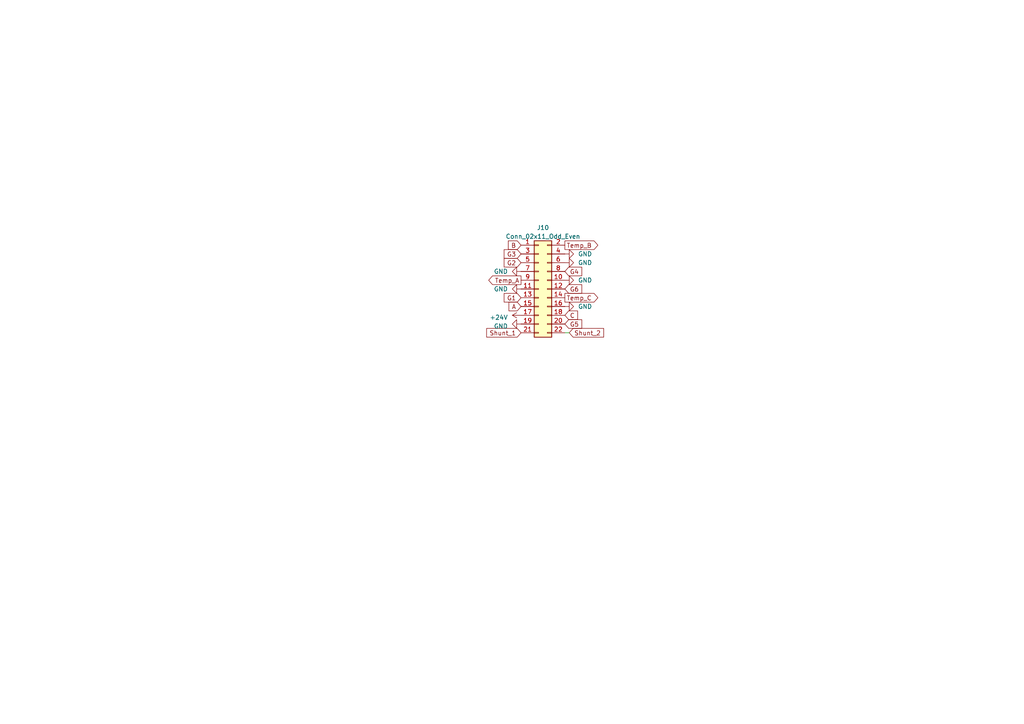
<source format=kicad_sch>
(kicad_sch (version 20230121) (generator eeschema)
  (paper "A4")
  (lib_symbols
    (symbol "Connector_Generic:Conn_02x11_Odd_Even" (pin_names (offset 1.016) hide)
      (property "Reference" "J" (at 1.27 15.24 0))
      (property "Value" "Conn_02x11_Odd_Even" (at 1.27 -15.24 0))
      (symbol "Conn_02x11_Odd_Even_1_1"
        (rectangle (start -1.27 -12.573) (end 0 -12.827) (stroke (width 0.1524)))
        (rectangle (start -1.27 -10.033) (end 0 -10.287) (stroke (width 0.1524)))
        (rectangle (start -1.27 -7.493) (end 0 -7.747) (stroke (width 0.1524)))
        (rectangle (start -1.27 -4.953) (end 0 -5.207) (stroke (width 0.1524)))
        (rectangle (start -1.27 -2.413) (end 0 -2.667) (stroke (width 0.1524)))
        (rectangle (start -1.27 0.127) (end 0 -0.127) (stroke (width 0.1524)))
        (rectangle (start -1.27 2.667) (end 0 2.413) (stroke (width 0.1524)))
        (rectangle (start -1.27 5.207) (end 0 4.953) (stroke (width 0.1524)))
        (rectangle (start -1.27 7.747) (end 0 7.493) (stroke (width 0.1524)))
        (rectangle (start -1.27 10.287) (end 0 10.033) (stroke (width 0.1524)))
        (rectangle (start -1.27 12.827) (end 0 12.573) (stroke (width 0.1524)))
        (rectangle (start -1.27 13.97) (end 3.81 -13.97) (stroke (width 0.254)) (fill (type background)))
        (rectangle (start 3.81 -12.573) (end 2.54 -12.827) (stroke (width 0.1524)))
        (rectangle (start 3.81 -10.033) (end 2.54 -10.287) (stroke (width 0.1524)))
        (rectangle (start 3.81 -7.493) (end 2.54 -7.747) (stroke (width 0.1524)))
        (rectangle (start 3.81 -4.953) (end 2.54 -5.207) (stroke (width 0.1524)))
        (rectangle (start 3.81 -2.413) (end 2.54 -2.667) (stroke (width 0.1524)))
        (rectangle (start 3.81 0.127) (end 2.54 -0.127) (stroke (width 0.1524)))
        (rectangle (start 3.81 2.667) (end 2.54 2.413) (stroke (width 0.1524)))
        (rectangle (start 3.81 5.207) (end 2.54 4.953) (stroke (width 0.1524)))
        (rectangle (start 3.81 7.747) (end 2.54 7.493) (stroke (width 0.1524)))
        (rectangle (start 3.81 10.287) (end 2.54 10.033) (stroke (width 0.1524)))
        (rectangle (start 3.81 12.827) (end 2.54 12.573) (stroke (width 0.1524)))
        (pin passive line (at -5.08 12.7 0) (length 3.81) (name "Pin_1") (number "1"))
        (pin passive line (at 7.62 2.54 180) (length 3.81) (name "Pin_10") (number "10"))
        (pin passive line (at -5.08 0 0) (length 3.81) (name "Pin_11") (number "11"))
        (pin passive line (at 7.62 0 180) (length 3.81) (name "Pin_12") (number "12"))
        (pin passive line (at -5.08 -2.54 0) (length 3.81) (name "Pin_13") (number "13"))
        (pin passive line (at 7.62 -2.54 180) (length 3.81) (name "Pin_14") (number "14"))
        (pin passive line (at -5.08 -5.08 0) (length 3.81) (name "Pin_15") (number "15"))
        (pin passive line (at 7.62 -5.08 180) (length 3.81) (name "Pin_16") (number "16"))
        (pin passive line (at -5.08 -7.62 0) (length 3.81) (name "Pin_17") (number "17"))
        (pin passive line (at 7.62 -7.62 180) (length 3.81) (name "Pin_18") (number "18"))
        (pin passive line (at -5.08 -10.16 0) (length 3.81) (name "Pin_19") (number "19"))
        (pin passive line (at 7.62 12.7 180) (length 3.81) (name "Pin_2") (number "2"))
        (pin passive line (at 7.62 -10.16 180) (length 3.81) (name "Pin_20") (number "20"))
        (pin passive line (at -5.08 -12.7 0) (length 3.81) (name "Pin_21") (number "21"))
        (pin passive line (at 7.62 -12.7 180) (length 3.81) (name "Pin_22") (number "22"))
        (pin passive line (at -5.08 10.16 0) (length 3.81) (name "Pin_3") (number "3"))
        (pin passive line (at 7.62 10.16 180) (length 3.81) (name "Pin_4") (number "4"))
        (pin passive line (at -5.08 7.62 0) (length 3.81) (name "Pin_5") (number "5"))
        (pin passive line (at 7.62 7.62 180) (length 3.81) (name "Pin_6") (number "6"))
        (pin passive line (at -5.08 5.08 0) (length 3.81) (name "Pin_7") (number "7"))
        (pin passive line (at 7.62 5.08 180) (length 3.81) (name "Pin_8") (number "8"))
        (pin passive line (at -5.08 2.54 0) (length 3.81) (name "Pin_9") (number "9"))
      )
    )
    (symbol "power:+24V" (power) (pin_names (offset 0))
      (property "Value" "+24V" (at 0 3.556 0))
      (symbol "+24V_0_1"
        (polyline (pts (xy -0.762 1.27) (xy 0 2.54)))
        (polyline (pts (xy 0 0) (xy 0 2.54)))
        (polyline (pts (xy 0 2.54) (xy 0.762 1.27)))
      )
      (symbol "+24V_1_1"
        (pin power_in line (at 0 0 90) (length 0) hide (name "+24V") (number "1"))
      )
    )
    (symbol "power:GND" (power) (pin_names (offset 0))
      (property "Value" "GND" (at 0 -3.81 0))
      (symbol "GND_0_1"
        (polyline (pts (xy 0 0) (xy 0 -1.27) (xy 1.27 -1.27) (xy 0 -2.54) (xy -1.27 -1.27) (xy 0 -1.27)))
      )
      (symbol "GND_1_1"
        (pin power_in line (at 0 0 270) (length 0) hide (name "GND") (number "1"))
      )
    )
  )
  (wire (pts (xy 163.83 96.52) (xy 165.1 96.52)))
  (global_label "C" (shape input) (at 163.83 91.44 0) (property "Intersheetrefs" "${INTERSHEET_REFS}" (effects hide)))
  (global_label "G4" (shape input) (at 163.83 78.74 0) (property "Intersheetrefs" "${INTERSHEET_REFS}" (effects hide)))
  (global_label "Temp_C" (shape output) (at 163.83 86.36 0) (property "Intersheetrefs" "${INTERSHEET_REFS}" (effects hide)))
  (global_label "Temp_A" (shape output) (at 151.13 81.28 180) (property "Intersheetrefs" "${INTERSHEET_REFS}" (effects hide)))
  (global_label "G2" (shape input) (at 151.13 76.2 180) (property "Intersheetrefs" "${INTERSHEET_REFS}" (effects hide)))
  (global_label "G5" (shape input) (at 163.83 93.98 0) (property "Intersheetrefs" "${INTERSHEET_REFS}" (effects hide)))
  (global_label "G3" (shape input) (at 151.13 73.66 180) (property "Intersheetrefs" "${INTERSHEET_REFS}" (effects hide)))
  (global_label "Shunt_2" (shape input) (at 165.1 96.52 0) (property "Intersheetrefs" "${INTERSHEET_REFS}" (effects hide)))
  (global_label "Shunt_1" (shape input) (at 151.13 96.52 180) (property "Intersheetrefs" "${INTERSHEET_REFS}" (effects hide)))
  (global_label "G1" (shape input) (at 151.13 86.36 180) (property "Intersheetrefs" "${INTERSHEET_REFS}" (effects hide)))
  (global_label "G6" (shape input) (at 163.83 83.82 0) (property "Intersheetrefs" "${INTERSHEET_REFS}" (effects hide)))
  (global_label "B" (shape input) (at 151.13 71.12 180) (property "Intersheetrefs" "${INTERSHEET_REFS}" (effects hide)))
  (global_label "A" (shape input) (at 151.13 88.9 180) (property "Intersheetrefs" "${INTERSHEET_REFS}" (effects hide)))
  (global_label "Temp_B" (shape output) (at 163.83 71.12 0) (property "Intersheetrefs" "${INTERSHEET_REFS}" (effects hide)))
  (symbol (lib_id "power:GND") (at 151.13 83.82 270) (unit 1)
    (property "Reference" "#PWR018" (effects hide))
    (property "Value" "GND" (at 147.32 83.82 90) (effects (justify right)))
  )
  (symbol (lib_id "power:+24V") (at 151.13 91.44 90) (mirror x) (unit 1)
    (property "Reference" "#PWR02" (effects hide))
    (property "Value" "+24V" (at 147.32 92.075 90) (effects (justify left)))
    (instances (project "Силовая плата" (path "" (reference "#PWR02") (unit 1)) (path "" (reference "#PWR023") (unit 1))))
  )
  (symbol (lib_id "Connector_Generic:Conn_02x11_Odd_Even") (at 156.21 83.82 0) (unit 1)
    (property "Reference" "J10" (at 157.48 66.04 0))
    (property "Value" "Conn_02x11_Odd_Even" (at 157.48 68.58 0))
    (property "Footprint" "Connector_PinSocket_2.54mm:PinSocket_2x11_P2.54mm_Vertical" (effects hide))
  )
  (symbol (lib_id "power:GND") (at 151.13 78.74 270) (unit 1)
    (property "Reference" "#PWR017" (effects hide))
    (property "Value" "GND" (at 147.32 78.74 90) (effects (justify right)))
  )
  (symbol (lib_id "power:GND") (at 163.83 73.66 90) (mirror x) (unit 1)
    (property "Reference" "#PWR019" (effects hide))
    (property "Value" "GND" (at 167.64 73.66 90) (effects (justify right)))
  )
  (symbol (lib_id "power:GND") (at 163.83 76.2 90) (mirror x) (unit 1)
    (property "Reference" "#PWR020" (effects hide))
    (property "Value" "GND" (at 167.64 76.2 90) (effects (justify right)))
  )
  (symbol (lib_id "power:GND") (at 163.83 88.9 90) (mirror x) (unit 1)
    (property "Reference" "#PWR022" (effects hide))
    (property "Value" "GND" (at 167.64 88.9 90) (effects (justify right)))
  )
  (symbol (lib_id "power:GND") (at 163.83 81.28 90) (mirror x) (unit 1)
    (property "Reference" "#PWR021" (effects hide))
    (property "Value" "GND" (at 167.64 81.28 90) (effects (justify right)))
  )
  (symbol (lib_id "power:GND") (at 151.13 93.98 270) (mirror x) (unit 1)
    (property "Reference" "#PWR024" (effects hide))
    (property "Value" "GND" (at 147.32 94.615 90) (effects (justify right)))
  )
)
</source>
